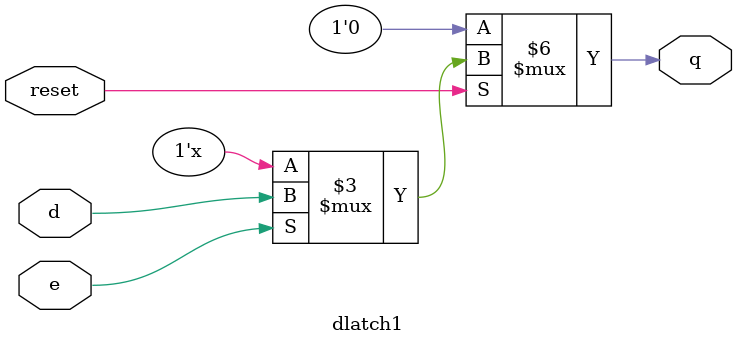
<source format=v>
module dlatch1 (  input d,            
                  input e,         
                  input reset,        
                  output reg q);     
 
 always @ (e or reset or d)  
      if (!reset)  
         q <= 0;  
      else  
         if (e)  
            q <= d;  
endmodule  

</source>
